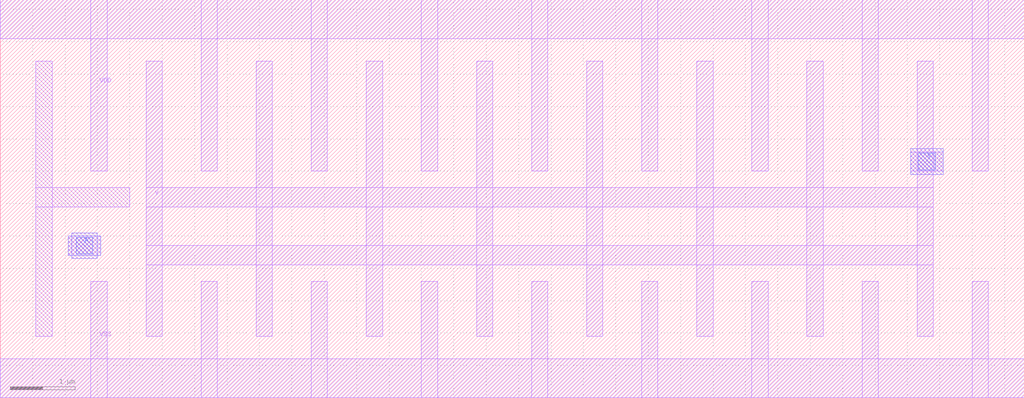
<source format=lef>
# Copyright 2022 Google LLC
# Licensed under the Apache License, Version 2.0 (the "License");
# you may not use this file except in compliance with the License.
# You may obtain a copy of the License at
#
#      http://www.apache.org/licenses/LICENSE-2.0
#
# Unless required by applicable law or agreed to in writing, software
# distributed under the License is distributed on an "AS IS" BASIS,
# WITHOUT WARRANTIES OR CONDITIONS OF ANY KIND, either express or implied.
# See the License for the specific language governing permissions and
# limitations under the License.
VERSION 5.7 ;
BUSBITCHARS "[]" ;
DIVIDERCHAR "/" ;

MACRO gf180mcu_osu_sc_gp9t3v3__clkbuf_16
  CLASS CORE ;
  ORIGIN 0 0 ;
  FOREIGN gf180mcu_osu_sc_gp9t3v3__clkbuf_16 0 0 ;
  SIZE 15.8 BY 6.15 ;
  SYMMETRY X Y ;
  SITE GF180_3p3_12t ;
  PIN VDD
    DIRECTION INOUT ;
    USE POWER ;
    SHAPE ABUTMENT ;
    PORT
      LAYER MET1 ;
        RECT 0 5.55 15.8 6.15 ;
        RECT 15 3.5 15.25 6.15 ;
        RECT 13.3 3.5 13.55 6.15 ;
        RECT 11.6 3.5 11.85 6.15 ;
        RECT 9.9 3.5 10.15 6.15 ;
        RECT 8.2 3.5 8.45 6.15 ;
        RECT 6.5 3.5 6.75 6.15 ;
        RECT 4.8 3.5 5.05 6.15 ;
        RECT 3.1 3.5 3.35 6.15 ;
        RECT 1.4 3.5 1.65 6.15 ;
    END
  END VDD
  PIN VSS
    DIRECTION INOUT ;
    USE GROUND ;
    PORT
      LAYER MET1 ;
        RECT 0 0 15.8 0.6 ;
        RECT 15 0 15.25 1.8 ;
        RECT 13.3 0 13.55 1.8 ;
        RECT 11.6 0 11.85 1.8 ;
        RECT 9.9 0 10.15 1.8 ;
        RECT 8.2 0 8.45 1.8 ;
        RECT 6.5 0 6.75 1.8 ;
        RECT 4.8 0 5.05 1.8 ;
        RECT 3.1 0 3.35 1.8 ;
        RECT 1.4 0 1.65 1.8 ;
    END
  END VSS
  PIN A
    DIRECTION INPUT ;
    USE SIGNAL ;
    PORT
      LAYER MET1 ;
        RECT 1.05 2.2 1.55 2.5 ;
      LAYER MET2 ;
        RECT 1.05 2.2 1.55 2.5 ;
        RECT 1.1 2.15 1.5 2.55 ;
      LAYER VIA12 ;
        RECT 1.17 2.22 1.43 2.48 ;
    END
  END A
  PIN Y
    DIRECTION OUTPUT ;
    USE SIGNAL ;
    PORT
      LAYER MET1 ;
        RECT 14.05 3.5 14.55 3.8 ;
        RECT 14.15 0.95 14.4 5.2 ;
        RECT 2.25 2.95 14.4 3.25 ;
        RECT 2.25 2.05 14.4 2.35 ;
        RECT 12.45 0.95 12.7 5.2 ;
        RECT 10.75 0.95 11 5.2 ;
        RECT 9.05 0.95 9.3 5.2 ;
        RECT 7.35 0.95 7.6 5.2 ;
        RECT 5.65 0.95 5.9 5.2 ;
        RECT 3.95 0.95 4.2 5.2 ;
        RECT 2.25 0.95 2.5 5.2 ;
      LAYER MET2 ;
        RECT 14.05 3.45 14.55 3.85 ;
      LAYER VIA12 ;
        RECT 14.17 3.52 14.43 3.78 ;
    END
  END Y
  OBS
    LAYER MET1 ;
      RECT 0.55 0.95 0.8 5.2 ;
      RECT 0.55 2.95 2 3.25 ;
  END
END gf180mcu_osu_sc_gp9t3v3__clkbuf_16

</source>
